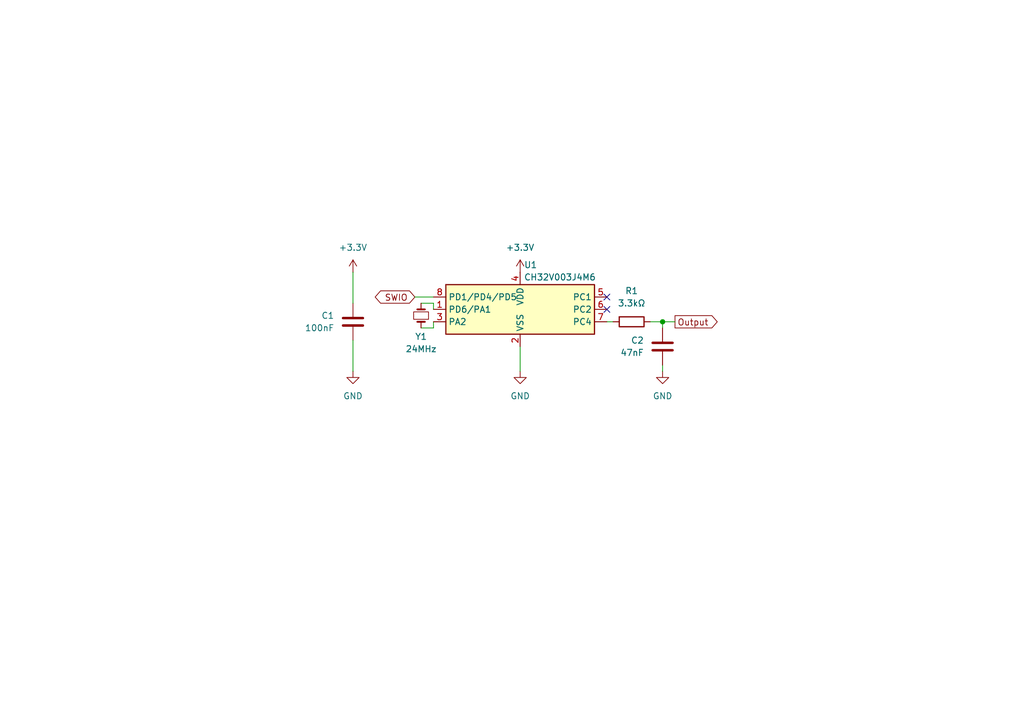
<source format=kicad_sch>
(kicad_sch (version 20250114) (generator "eeschema") (generator_version "9.0")
  (paper "A5")
  (lib_symbols
    (symbol "Device:C" (pin_numbers (hide yes)) (pin_names (offset 0.254))
      (property "Reference" "C" (at 0.635 2.54 0))
      (property "Value" "C" (at 0.635 -2.54 0))
      (symbol "C_0_1"
        (polyline (pts (xy -2.032 0.762) (xy 2.032 0.762)) (stroke (width 0.508)))
        (polyline (pts (xy -2.032 -0.762) (xy 2.032 -0.762)) (stroke (width 0.508)))
      )
      (symbol "C_1_1"
        (pin passive line (at 0 3.81 270) (length 2.794) (name "~") (number "1"))
        (pin passive line (at 0 -3.81 90) (length 2.794) (name "~") (number "2"))
      )
    )
    (symbol "Device:Crystal_Small" (pin_numbers (hide yes)) (pin_names (offset 1.016) (hide yes))
      (property "Reference" "Y" (at 0 2.54 0))
      (property "Value" "Crystal_Small" (at 0 -2.54 0))
      (symbol "Crystal_Small_0_1"
        (polyline (pts (xy -1.27 -0.762) (xy -1.27 0.762)) (stroke (width 0.381)))
        (rectangle (start -0.762 -1.524) (end 0.762 1.524))
        (polyline (pts (xy 1.27 -0.762) (xy 1.27 0.762)) (stroke (width 0.381)))
      )
      (symbol "Crystal_Small_1_1"
        (pin passive line (at -2.54 0 0) (length 1.27) (name "1") (number "1"))
        (pin passive line (at 2.54 0 180) (length 1.27) (name "2") (number "2"))
      )
    )
    (symbol "Device:R" (pin_numbers (hide yes)) (pin_names (offset 0))
      (property "Reference" "R" (at 2.032 0 90))
      (property "Value" "R" (at 0 0 90))
      (symbol "R_0_1"
        (rectangle (start -1.016 -2.54) (end 1.016 2.54) (stroke (width 0.254)))
      )
      (symbol "R_1_1"
        (pin passive line (at 0 3.81 270) (length 1.27) (name "~") (number "1"))
        (pin passive line (at 0 -3.81 90) (length 1.27) (name "~") (number "2"))
      )
    )
    (symbol "MCU_WCH_CH32V0:CH32V003JxMx"
      (property "Reference" "U" (at -15.24 7.62 0))
      (property "Value" "CH32V003JxMx" (at 15.24 7.62 0))
      (symbol "CH32V003JxMx_1_1"
        (rectangle (start -15.24 5.08) (end 15.24 -5.08) (stroke (width 0.254)) (fill (type background)))
        (pin bidirectional line (at -17.78 2.54 0) (length 2.54) (name "PC1") (number "5"))
        (pin bidirectional line (at -17.78 0 0) (length 2.54) (name "PC2") (number "6"))
        (pin bidirectional line (at -17.78 -2.54 0) (length 2.54) (name "PC4") (number "7"))
        (pin power_in line (at 0 7.62 270) (length 2.54) (name "VDD") (number "4"))
        (pin power_in line (at 0 -7.62 90) (length 2.54) (name "VSS") (number "2"))
        (pin bidirectional line (at 17.78 2.54 180) (length 2.54) (name "PD1/PD4/PD5") (number "8"))
        (pin bidirectional line (at 17.78 0 180) (length 2.54) (name "PD6/PA1") (number "1"))
        (pin bidirectional line (at 17.78 -2.54 180) (length 2.54) (name "PA2") (number "3"))
      )
    )
    (symbol "power:+3.3V" (power) (pin_numbers (hide yes)) (pin_names (offset 0) (hide yes))
      (property "Value" "+3.3V" (at 0 3.556 0))
      (symbol "+3.3V_0_1"
        (polyline (pts (xy -0.762 1.27) (xy 0 2.54)))
        (polyline (pts (xy 0 2.54) (xy 0.762 1.27)))
        (polyline (pts (xy 0 0) (xy 0 2.54)))
      )
      (symbol "+3.3V_1_1"
        (pin power_in line (at 0 0 90) (length 0) (name "~") (number "1"))
      )
    )
    (symbol "power:GND" (power) (pin_numbers (hide yes)) (pin_names (offset 0) (hide yes))
      (property "Value" "GND" (at 0 -3.81 0))
      (symbol "GND_0_1"
        (polyline (pts (xy 0 0) (xy 0 -1.27) (xy 1.27 -1.27) (xy 0 -2.54) (xy -1.27 -1.27) (xy 0 -1.27)))
      )
      (symbol "GND_1_1"
        (pin power_in line (at 0 0 270) (length 0) (name "~") (number "1"))
      )
    )
  )
  (junction (at 135.89 66.04))
  (no_connect (at 124.46 63.5))
  (no_connect (at 124.46 60.96))
  (wire (pts (xy 72.39 76.2) (xy 72.39 69.85)))
  (wire (pts (xy 135.89 74.93) (xy 135.89 76.2)))
  (wire (pts (xy 106.68 76.2) (xy 106.68 71.12)))
  (wire (pts (xy 85.09 60.96) (xy 88.9 60.96)))
  (wire (pts (xy 72.39 62.23) (xy 72.39 55.88)))
  (wire (pts (xy 133.35 66.04) (xy 135.89 66.04)))
  (wire (pts (xy 125.73 66.04) (xy 124.46 66.04)))
  (wire (pts (xy 88.9 67.31) (xy 86.36 67.31)))
  (wire (pts (xy 135.89 66.04) (xy 138.43 66.04)))
  (wire (pts (xy 135.89 67.31) (xy 135.89 66.04)))
  (wire (pts (xy 88.9 62.23) (xy 86.36 62.23)))
  (wire (pts (xy 88.9 62.23) (xy 88.9 63.5)))
  (wire (pts (xy 88.9 67.31) (xy 88.9 66.04)))
  (global_label "SWIO" (shape bidirectional) (at 85.09 60.96 180) (property "Intersheetrefs" "${INTERSHEET_REFS}" (effects (hide yes))))
  (global_label "Output" (shape output) (at 138.43 66.04 0) (property "Intersheetrefs" "${INTERSHEET_REFS}" (effects (hide yes))))
  (symbol (lib_id "power:GND") (at 135.89 76.2 0) (mirror y) (unit 1)
    (property "Reference" "#PWR05" (effects (hide yes)))
    (property "Value" "GND" (at 135.89 81.28 0))
    (property "Description" "Power symbol creates a global label with name \"GND\" , ground" (effects (hide yes)))
  )
  (symbol (lib_id "power:+3.3V") (at 106.68 55.88 0) (mirror y) (unit 1)
    (property "Reference" "#PWR01" (effects (hide yes)))
    (property "Value" "+3.3V" (at 106.68 50.8 0))
    (property "Description" "Power symbol creates a global label with name \"+3.3V\"" (effects (hide yes)))
  )
  (symbol (lib_id "MCU_WCH_CH32V0:CH32V003JxMx") (at 106.68 63.5 0) (mirror y) (unit 1)
    (property "Reference" "U1" (at 107.442 54.356 0) (effects (justify right)))
    (property "Value" "CH32V003J4M6" (at 107.442 56.896 0) (effects (justify right)))
    (property "Footprint" "Package_SO:JEITA_SOIC-8_3.9x4.9mm_P1.27mm" (effects (hide yes)))
    (property "Datasheet" "https://www.wch-ic.com/products/CH32V003.html" (effects (hide yes)))
    (property "Description" "CH32V003 series are industrial-grade general-purpose microcontrollers designed based on 32-bit RISC-V instruction set and architecture. It adopts QingKe V2A core, RV32EC instruction set, and supports 2 levels of interrupt nesting. The series are mounted with rich peripheral interfaces and function modules. Its internal organizational structure meets the low-cost and low-power embedded application scenarios. JEITA SOIC-8 (SOP-8)" (effects (hide yes)))
  )
  (symbol (lib_id "Device:C") (at 135.89 71.12 0) (unit 1)
    (property "Reference" "C2" (at 132.08 69.8499 0) (effects (justify right)))
    (property "Value" "47nF" (at 132.08 72.3899 0) (effects (justify right)))
    (property "Description" "Unpolarized capacitor" (effects (hide yes)))
  )
  (symbol (lib_id "Device:Crystal_Small") (at 86.36 64.77 270) (mirror x) (unit 1)
    (property "Reference" "Y1" (at 86.36 69.088 90))
    (property "Value" "24MHz" (at 86.36 71.628 90))
    (property "Description" "Two pin crystal, small symbol" (effects (hide yes)))
  )
  (symbol (lib_id "Device:R") (at 129.54 66.04 270) (mirror x) (unit 1)
    (property "Reference" "R1" (at 129.54 59.69 90))
    (property "Value" "3.3kΩ" (at 129.54 62.23 90))
    (property "Description" "Resistor" (effects (hide yes)))
  )
  (symbol (lib_id "power:GND") (at 106.68 76.2 0) (mirror y) (unit 1)
    (property "Reference" "#PWR02" (effects (hide yes)))
    (property "Value" "GND" (at 106.68 81.28 0))
    (property "Description" "Power symbol creates a global label with name \"GND\" , ground" (effects (hide yes)))
  )
  (symbol (lib_id "Device:C") (at 72.39 66.04 0) (mirror y) (unit 1)
    (property "Reference" "C1" (at 68.58 64.7699 0) (effects (justify left)))
    (property "Value" "100nF" (at 68.58 67.3099 0) (effects (justify left)))
    (property "Description" "Unpolarized capacitor" (effects (hide yes)))
  )
  (symbol (lib_id "power:GND") (at 72.39 76.2 0) (mirror y) (unit 1)
    (property "Reference" "#PWR03" (effects (hide yes)))
    (property "Value" "GND" (at 72.39 81.28 0))
    (property "Description" "Power symbol creates a global label with name \"GND\" , ground" (effects (hide yes)))
  )
  (symbol (lib_id "power:+3.3V") (at 72.39 55.88 0) (mirror y) (unit 1)
    (property "Reference" "#PWR04" (effects (hide yes)))
    (property "Value" "+3.3V" (at 72.39 50.8 0))
    (property "Description" "Power symbol creates a global label with name \"+3.3V\"" (effects (hide yes)))
  )
)
</source>
